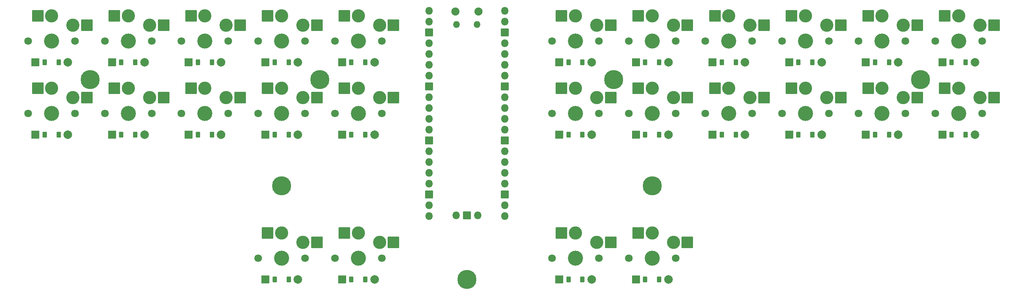
<source format=gbr>
%TF.GenerationSoftware,KiCad,Pcbnew,9.0.0*%
%TF.CreationDate,2025-03-09T18:38:06+01:00*%
%TF.ProjectId,pcb,7063622e-6b69-4636-9164-5f7063625858,v1.0.0*%
%TF.SameCoordinates,Original*%
%TF.FileFunction,Soldermask,Bot*%
%TF.FilePolarity,Negative*%
%FSLAX46Y46*%
G04 Gerber Fmt 4.6, Leading zero omitted, Abs format (unit mm)*
G04 Created by KiCad (PCBNEW 9.0.0) date 2025-03-09 18:38:06*
%MOMM*%
%LPD*%
G01*
G04 APERTURE LIST*
G04 Aperture macros list*
%AMRoundRect*
0 Rectangle with rounded corners*
0 $1 Rounding radius*
0 $2 $3 $4 $5 $6 $7 $8 $9 X,Y pos of 4 corners*
0 Add a 4 corners polygon primitive as box body*
4,1,4,$2,$3,$4,$5,$6,$7,$8,$9,$2,$3,0*
0 Add four circle primitives for the rounded corners*
1,1,$1+$1,$2,$3*
1,1,$1+$1,$4,$5*
1,1,$1+$1,$6,$7*
1,1,$1+$1,$8,$9*
0 Add four rect primitives between the rounded corners*
20,1,$1+$1,$2,$3,$4,$5,0*
20,1,$1+$1,$4,$5,$6,$7,0*
20,1,$1+$1,$6,$7,$8,$9,0*
20,1,$1+$1,$8,$9,$2,$3,0*%
G04 Aperture macros list end*
%ADD10C,1.801800*%
%ADD11C,3.100000*%
%ADD12C,3.529000*%
%ADD13RoundRect,0.050000X-1.300000X-1.300000X1.300000X-1.300000X1.300000X1.300000X-1.300000X1.300000X0*%
%ADD14RoundRect,0.050000X-0.889000X-0.889000X0.889000X-0.889000X0.889000X0.889000X-0.889000X0.889000X0*%
%ADD15RoundRect,0.050000X-0.450000X-0.600000X0.450000X-0.600000X0.450000X0.600000X-0.450000X0.600000X0*%
%ADD16C,2.005000*%
%ADD17C,0.800000*%
%ADD18C,4.500000*%
%ADD19O,1.900000X1.900000*%
%ADD20O,1.600000X1.600000*%
%ADD21O,1.800000X1.800000*%
%ADD22RoundRect,0.050000X-0.850000X-0.850000X0.850000X-0.850000X0.850000X0.850000X-0.850000X0.850000X0*%
G04 APERTURE END LIST*
D10*
%TO.C,S25*%
X217500000Y-134000000D03*
D11*
X223000000Y-128050000D03*
D12*
X223000000Y-134000000D03*
D11*
X228000000Y-130250000D03*
D10*
X228500000Y-134000000D03*
D13*
X219725000Y-128050000D03*
X231275000Y-130250000D03*
%TD*%
D10*
%TO.C,S12*%
X217500000Y-83000000D03*
D11*
X223000000Y-77050000D03*
D12*
X223000000Y-83000000D03*
D11*
X228000000Y-79250000D03*
D10*
X228500000Y-83000000D03*
D13*
X219725000Y-77050000D03*
X231275000Y-79250000D03*
%TD*%
D10*
%TO.C,S24*%
X166500000Y-134000000D03*
D11*
X172000000Y-128050000D03*
D12*
X172000000Y-134000000D03*
D11*
X177000000Y-130250000D03*
D10*
X177500000Y-134000000D03*
D13*
X168725000Y-128050000D03*
X180275000Y-130250000D03*
%TD*%
D10*
%TO.C,S8*%
X148500000Y-83000000D03*
D11*
X154000000Y-77050000D03*
D12*
X154000000Y-83000000D03*
D11*
X159000000Y-79250000D03*
D10*
X159500000Y-83000000D03*
D13*
X150725000Y-77050000D03*
X162275000Y-79250000D03*
%TD*%
D14*
%TO.C,D7*%
X150190000Y-105000000D03*
D15*
X152350000Y-105000000D03*
X155650000Y-105000000D03*
D16*
X157810000Y-105000000D03*
%TD*%
D17*
%TO.C,_8*%
X195850000Y-139000000D03*
X196333274Y-137833274D03*
X196333274Y-140166726D03*
X197500000Y-137350000D03*
D18*
X197500000Y-139000000D03*
D17*
X197500000Y-140650000D03*
X198666726Y-137833274D03*
X198666726Y-140166726D03*
X199150000Y-139000000D03*
%TD*%
D14*
%TO.C,D14*%
X237190000Y-88000000D03*
D15*
X239350000Y-88000000D03*
X242650000Y-88000000D03*
D16*
X244810000Y-88000000D03*
%TD*%
D14*
%TO.C,D18*%
X273190000Y-88000000D03*
D15*
X275350000Y-88000000D03*
X278650000Y-88000000D03*
D16*
X280810000Y-88000000D03*
%TD*%
D10*
%TO.C,S4*%
X112500000Y-83000000D03*
D11*
X118000000Y-77050000D03*
D12*
X118000000Y-83000000D03*
D11*
X123000000Y-79250000D03*
D10*
X123500000Y-83000000D03*
D13*
X114725000Y-77050000D03*
X126275000Y-79250000D03*
%TD*%
D14*
%TO.C,D3*%
X114190000Y-105000000D03*
D15*
X116350000Y-105000000D03*
X119650000Y-105000000D03*
D16*
X121810000Y-105000000D03*
%TD*%
D10*
%TO.C,S16*%
X253500000Y-83000000D03*
D11*
X259000000Y-77050000D03*
D12*
X259000000Y-83000000D03*
D11*
X264000000Y-79250000D03*
D10*
X264500000Y-83000000D03*
D13*
X255725000Y-77050000D03*
X267275000Y-79250000D03*
%TD*%
D10*
%TO.C,S14*%
X235500000Y-83000000D03*
D11*
X241000000Y-77050000D03*
D12*
X241000000Y-83000000D03*
D11*
X246000000Y-79250000D03*
D10*
X246500000Y-83000000D03*
D13*
X237725000Y-77050000D03*
X249275000Y-79250000D03*
%TD*%
D14*
%TO.C,D6*%
X132190000Y-88000000D03*
D15*
X134350000Y-88000000D03*
X137650000Y-88000000D03*
D16*
X139810000Y-88000000D03*
%TD*%
D10*
%TO.C,S17*%
X271500000Y-100000000D03*
D11*
X277000000Y-94050000D03*
D12*
X277000000Y-100000000D03*
D11*
X282000000Y-96250000D03*
D10*
X282500000Y-100000000D03*
D13*
X273725000Y-94050000D03*
X285275000Y-96250000D03*
%TD*%
D14*
%TO.C,D23*%
X150190000Y-139000000D03*
D15*
X152350000Y-139000000D03*
X155650000Y-139000000D03*
D16*
X157810000Y-139000000D03*
%TD*%
D14*
%TO.C,D17*%
X273190000Y-105000000D03*
D15*
X275350000Y-105000000D03*
X278650000Y-105000000D03*
D16*
X280810000Y-105000000D03*
%TD*%
D10*
%TO.C,S20*%
X289500000Y-83000000D03*
D11*
X295000000Y-77050000D03*
D12*
X295000000Y-83000000D03*
D11*
X300000000Y-79250000D03*
D10*
X300500000Y-83000000D03*
D13*
X291725000Y-77050000D03*
X303275000Y-79250000D03*
%TD*%
D14*
%TO.C,D2*%
X96190000Y-88000000D03*
D15*
X98350000Y-88000000D03*
X101650000Y-88000000D03*
D16*
X103810000Y-88000000D03*
%TD*%
D17*
%TO.C,_2*%
X107350000Y-92000000D03*
X107833274Y-90833274D03*
X107833274Y-93166726D03*
X109000000Y-90350000D03*
D18*
X109000000Y-92000000D03*
D17*
X109000000Y-93650000D03*
X110166726Y-90833274D03*
X110166726Y-93166726D03*
X110650000Y-92000000D03*
%TD*%
D14*
%TO.C,D16*%
X255190000Y-88000000D03*
D15*
X257350000Y-88000000D03*
X260650000Y-88000000D03*
D16*
X262810000Y-88000000D03*
%TD*%
D14*
%TO.C,D11*%
X219190000Y-105000000D03*
D15*
X221350000Y-105000000D03*
X224650000Y-105000000D03*
D16*
X226810000Y-105000000D03*
%TD*%
D17*
%TO.C,_6*%
X152350000Y-117000000D03*
X152833274Y-115833274D03*
X152833274Y-118166726D03*
X154000000Y-115350000D03*
D18*
X154000000Y-117000000D03*
D17*
X154000000Y-118650000D03*
X155166726Y-115833274D03*
X155166726Y-118166726D03*
X155650000Y-117000000D03*
%TD*%
D10*
%TO.C,S1*%
X94500000Y-100000000D03*
D11*
X100000000Y-94050000D03*
D12*
X100000000Y-100000000D03*
D11*
X105000000Y-96250000D03*
D10*
X105500000Y-100000000D03*
D13*
X96725000Y-94050000D03*
X108275000Y-96250000D03*
%TD*%
D10*
%TO.C,S19*%
X289500000Y-100000000D03*
D11*
X295000000Y-94050000D03*
D12*
X295000000Y-100000000D03*
D11*
X300000000Y-96250000D03*
D10*
X300500000Y-100000000D03*
D13*
X291725000Y-94050000D03*
X303275000Y-96250000D03*
%TD*%
D14*
%TO.C,D25*%
X219190000Y-139000000D03*
D15*
X221350000Y-139000000D03*
X224650000Y-139000000D03*
D16*
X226810000Y-139000000D03*
%TD*%
D14*
%TO.C,D21*%
X309190000Y-105000000D03*
D15*
X311350000Y-105000000D03*
X314650000Y-105000000D03*
D16*
X316810000Y-105000000D03*
%TD*%
D10*
%TO.C,S22*%
X307500000Y-83000000D03*
D11*
X313000000Y-77050000D03*
D12*
X313000000Y-83000000D03*
D11*
X318000000Y-79250000D03*
D10*
X318500000Y-83000000D03*
D13*
X309725000Y-77050000D03*
X321275000Y-79250000D03*
%TD*%
D19*
%TO.C,_1*%
X194775000Y-76000000D03*
D20*
X195075000Y-79030000D03*
X199925000Y-79030000D03*
D19*
X200225000Y-76000000D03*
D21*
X188610000Y-75870000D03*
X188610000Y-78410000D03*
D22*
X188610000Y-80950000D03*
D21*
X188610000Y-83490000D03*
X188610000Y-86030000D03*
X188610000Y-88570000D03*
X188610000Y-91110000D03*
D22*
X188610000Y-93650000D03*
D21*
X188610000Y-96190000D03*
X188610000Y-98730000D03*
X188610000Y-101270000D03*
X188610000Y-103810000D03*
D22*
X188610000Y-106350000D03*
D21*
X188610000Y-108890000D03*
X188610000Y-111430000D03*
X188610000Y-113970000D03*
X188610000Y-116510000D03*
D22*
X188610000Y-119050000D03*
D21*
X188610000Y-121590000D03*
X188610000Y-124130000D03*
X206390000Y-124130000D03*
X206390000Y-121590000D03*
D22*
X206390000Y-119050000D03*
D21*
X206390000Y-116510000D03*
X206390000Y-113970000D03*
X206390000Y-111430000D03*
X206390000Y-108890000D03*
D22*
X206390000Y-106350000D03*
D21*
X206390000Y-103810000D03*
X206390000Y-101270000D03*
X206390000Y-98730000D03*
X206390000Y-96190000D03*
D22*
X206390000Y-93650000D03*
D21*
X206390000Y-91110000D03*
X206390000Y-88570000D03*
X206390000Y-86030000D03*
X206390000Y-83490000D03*
D22*
X206390000Y-80950000D03*
D21*
X206390000Y-78410000D03*
X206390000Y-75870000D03*
X194960000Y-123900000D03*
D22*
X197500000Y-123900000D03*
D21*
X200040000Y-123900000D03*
%TD*%
D10*
%TO.C,S13*%
X235500000Y-100000000D03*
D11*
X241000000Y-94050000D03*
D12*
X241000000Y-100000000D03*
D11*
X246000000Y-96250000D03*
D10*
X246500000Y-100000000D03*
D13*
X237725000Y-94050000D03*
X249275000Y-96250000D03*
%TD*%
D10*
%TO.C,S15*%
X253500000Y-100000000D03*
D11*
X259000000Y-94050000D03*
D12*
X259000000Y-100000000D03*
D11*
X264000000Y-96250000D03*
D10*
X264500000Y-100000000D03*
D13*
X255725000Y-94050000D03*
X267275000Y-96250000D03*
%TD*%
D17*
%TO.C,_4*%
X230350000Y-92000000D03*
X230833274Y-90833274D03*
X230833274Y-93166726D03*
X232000000Y-90350000D03*
D18*
X232000000Y-92000000D03*
D17*
X232000000Y-93650000D03*
X233166726Y-90833274D03*
X233166726Y-93166726D03*
X233650000Y-92000000D03*
%TD*%
D10*
%TO.C,S10*%
X166500000Y-83000000D03*
D11*
X172000000Y-77050000D03*
D12*
X172000000Y-83000000D03*
D11*
X177000000Y-79250000D03*
D10*
X177500000Y-83000000D03*
D13*
X168725000Y-77050000D03*
X180275000Y-79250000D03*
%TD*%
D14*
%TO.C,D26*%
X237190000Y-139000000D03*
D15*
X239350000Y-139000000D03*
X242650000Y-139000000D03*
D16*
X244810000Y-139000000D03*
%TD*%
D14*
%TO.C,D22*%
X309190000Y-88000000D03*
D15*
X311350000Y-88000000D03*
X314650000Y-88000000D03*
D16*
X316810000Y-88000000D03*
%TD*%
D14*
%TO.C,D9*%
X168190000Y-105000000D03*
D15*
X170350000Y-105000000D03*
X173650000Y-105000000D03*
D16*
X175810000Y-105000000D03*
%TD*%
D14*
%TO.C,D10*%
X168190000Y-88000000D03*
D15*
X170350000Y-88000000D03*
X173650000Y-88000000D03*
D16*
X175810000Y-88000000D03*
%TD*%
D14*
%TO.C,D20*%
X291190000Y-88000000D03*
D15*
X293350000Y-88000000D03*
X296650000Y-88000000D03*
D16*
X298810000Y-88000000D03*
%TD*%
D14*
%TO.C,D13*%
X237190000Y-105000000D03*
D15*
X239350000Y-105000000D03*
X242650000Y-105000000D03*
D16*
X244810000Y-105000000D03*
%TD*%
D14*
%TO.C,D5*%
X132190000Y-105000000D03*
D15*
X134350000Y-105000000D03*
X137650000Y-105000000D03*
D16*
X139810000Y-105000000D03*
%TD*%
D14*
%TO.C,D4*%
X114190000Y-88000000D03*
D15*
X116350000Y-88000000D03*
X119650000Y-88000000D03*
D16*
X121810000Y-88000000D03*
%TD*%
D14*
%TO.C,D24*%
X168190000Y-139000000D03*
D15*
X170350000Y-139000000D03*
X173650000Y-139000000D03*
D16*
X175810000Y-139000000D03*
%TD*%
D17*
%TO.C,_3*%
X161350000Y-92000000D03*
X161833274Y-90833274D03*
X161833274Y-93166726D03*
X163000000Y-90350000D03*
D18*
X163000000Y-92000000D03*
D17*
X163000000Y-93650000D03*
X164166726Y-90833274D03*
X164166726Y-93166726D03*
X164650000Y-92000000D03*
%TD*%
D14*
%TO.C,D12*%
X219190000Y-88000000D03*
D15*
X221350000Y-88000000D03*
X224650000Y-88000000D03*
D16*
X226810000Y-88000000D03*
%TD*%
D10*
%TO.C,S5*%
X130500000Y-100000000D03*
D11*
X136000000Y-94050000D03*
D12*
X136000000Y-100000000D03*
D11*
X141000000Y-96250000D03*
D10*
X141500000Y-100000000D03*
D13*
X132725000Y-94050000D03*
X144275000Y-96250000D03*
%TD*%
D10*
%TO.C,S7*%
X148500000Y-100000000D03*
D11*
X154000000Y-94050000D03*
D12*
X154000000Y-100000000D03*
D11*
X159000000Y-96250000D03*
D10*
X159500000Y-100000000D03*
D13*
X150725000Y-94050000D03*
X162275000Y-96250000D03*
%TD*%
D10*
%TO.C,S26*%
X235500000Y-134000000D03*
D11*
X241000000Y-128050000D03*
D12*
X241000000Y-134000000D03*
D11*
X246000000Y-130250000D03*
D10*
X246500000Y-134000000D03*
D13*
X237725000Y-128050000D03*
X249275000Y-130250000D03*
%TD*%
D10*
%TO.C,S9*%
X166500000Y-100000000D03*
D11*
X172000000Y-94050000D03*
D12*
X172000000Y-100000000D03*
D11*
X177000000Y-96250000D03*
D10*
X177500000Y-100000000D03*
D13*
X168725000Y-94050000D03*
X180275000Y-96250000D03*
%TD*%
D14*
%TO.C,D19*%
X291190000Y-105000000D03*
D15*
X293350000Y-105000000D03*
X296650000Y-105000000D03*
D16*
X298810000Y-105000000D03*
%TD*%
D10*
%TO.C,S23*%
X148500000Y-134000000D03*
D11*
X154000000Y-128050000D03*
D12*
X154000000Y-134000000D03*
D11*
X159000000Y-130250000D03*
D10*
X159500000Y-134000000D03*
D13*
X150725000Y-128050000D03*
X162275000Y-130250000D03*
%TD*%
D10*
%TO.C,S21*%
X307500000Y-100000000D03*
D11*
X313000000Y-94050000D03*
D12*
X313000000Y-100000000D03*
D11*
X318000000Y-96250000D03*
D10*
X318500000Y-100000000D03*
D13*
X309725000Y-94050000D03*
X321275000Y-96250000D03*
%TD*%
D14*
%TO.C,D8*%
X150190000Y-88000000D03*
D15*
X152350000Y-88000000D03*
X155650000Y-88000000D03*
D16*
X157810000Y-88000000D03*
%TD*%
D10*
%TO.C,S6*%
X130500000Y-83000000D03*
D11*
X136000000Y-77050000D03*
D12*
X136000000Y-83000000D03*
D11*
X141000000Y-79250000D03*
D10*
X141500000Y-83000000D03*
D13*
X132725000Y-77050000D03*
X144275000Y-79250000D03*
%TD*%
D14*
%TO.C,D1*%
X96190000Y-105000000D03*
D15*
X98350000Y-105000000D03*
X101650000Y-105000000D03*
D16*
X103810000Y-105000000D03*
%TD*%
D10*
%TO.C,S18*%
X271500000Y-83000000D03*
D11*
X277000000Y-77050000D03*
D12*
X277000000Y-83000000D03*
D11*
X282000000Y-79250000D03*
D10*
X282500000Y-83000000D03*
D13*
X273725000Y-77050000D03*
X285275000Y-79250000D03*
%TD*%
D10*
%TO.C,S2*%
X94500000Y-83000000D03*
D11*
X100000000Y-77050000D03*
D12*
X100000000Y-83000000D03*
D11*
X105000000Y-79250000D03*
D10*
X105500000Y-83000000D03*
D13*
X96725000Y-77050000D03*
X108275000Y-79250000D03*
%TD*%
D14*
%TO.C,D15*%
X255190000Y-105000000D03*
D15*
X257350000Y-105000000D03*
X260650000Y-105000000D03*
D16*
X262810000Y-105000000D03*
%TD*%
D10*
%TO.C,S11*%
X217500000Y-100000000D03*
D11*
X223000000Y-94050000D03*
D12*
X223000000Y-100000000D03*
D11*
X228000000Y-96250000D03*
D10*
X228500000Y-100000000D03*
D13*
X219725000Y-94050000D03*
X231275000Y-96250000D03*
%TD*%
D17*
%TO.C,_5*%
X302350000Y-92000000D03*
X302833274Y-90833274D03*
X302833274Y-93166726D03*
X304000000Y-90350000D03*
D18*
X304000000Y-92000000D03*
D17*
X304000000Y-93650000D03*
X305166726Y-90833274D03*
X305166726Y-93166726D03*
X305650000Y-92000000D03*
%TD*%
%TO.C,_7*%
X239350000Y-117000000D03*
X239833274Y-115833274D03*
X239833274Y-118166726D03*
X241000000Y-115350000D03*
D18*
X241000000Y-117000000D03*
D17*
X241000000Y-118650000D03*
X242166726Y-115833274D03*
X242166726Y-118166726D03*
X242650000Y-117000000D03*
%TD*%
D10*
%TO.C,S3*%
X112500000Y-100000000D03*
D11*
X118000000Y-94050000D03*
D12*
X118000000Y-100000000D03*
D11*
X123000000Y-96250000D03*
D10*
X123500000Y-100000000D03*
D13*
X114725000Y-94050000D03*
X126275000Y-96250000D03*
%TD*%
M02*

</source>
